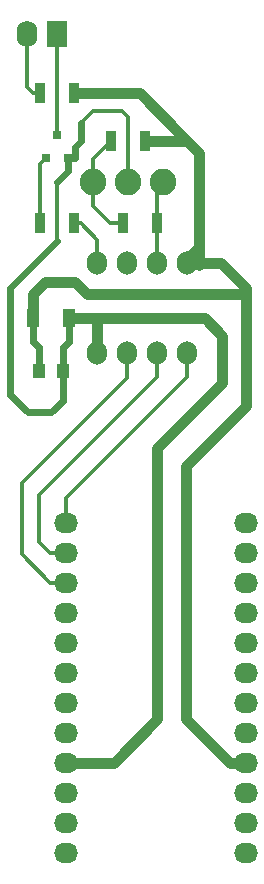
<source format=gbr>
G04 #@! TF.FileFunction,Copper,L1,Top,Signal*
%FSLAX46Y46*%
G04 Gerber Fmt 4.6, Leading zero omitted, Abs format (unit mm)*
G04 Created by KiCad (PCBNEW 4.0.1-stable) date 5/9/2017 7:52:00 PM*
%MOMM*%
G01*
G04 APERTURE LIST*
%ADD10C,0.100000*%
%ADD11O,2.032000X1.727200*%
%ADD12R,1.000000X1.600000*%
%ADD13R,1.000000X1.250000*%
%ADD14R,1.700000X2.250000*%
%ADD15O,1.750000X2.250000*%
%ADD16R,0.800100X0.800100*%
%ADD17R,0.900000X1.700000*%
%ADD18O,1.700000X2.000000*%
%ADD19C,2.250000*%
%ADD20C,0.600000*%
%ADD21C,0.300000*%
%ADD22C,0.900000*%
G04 APERTURE END LIST*
D10*
D11*
X135763000Y-104284000D03*
X135763000Y-101744000D03*
X135763000Y-99204000D03*
X135763000Y-96664000D03*
X135763000Y-94124000D03*
X135763000Y-91584000D03*
X135763000Y-89044000D03*
X135763000Y-86504000D03*
X135763000Y-83964000D03*
X135763000Y-81424000D03*
X135763000Y-78884000D03*
X135763000Y-76344000D03*
X151003000Y-104284000D03*
X151003000Y-101744000D03*
X151003000Y-99204000D03*
X151003000Y-96664000D03*
X151003000Y-94124000D03*
X151003000Y-91584000D03*
X151003000Y-89044000D03*
X151003000Y-86504000D03*
X151003000Y-83964000D03*
X151003000Y-81424000D03*
X151003000Y-78884000D03*
X151003000Y-76344000D03*
D12*
X133000000Y-59000000D03*
X136000000Y-59000000D03*
D13*
X133500000Y-63500000D03*
X135500000Y-63500000D03*
D14*
X135000000Y-35000000D03*
D15*
X132460000Y-35000000D03*
D16*
X134050000Y-45500760D03*
X135950000Y-45500760D03*
X135000000Y-43501780D03*
D17*
X133550000Y-51000000D03*
X136450000Y-51000000D03*
X140550000Y-51000000D03*
X143450000Y-51000000D03*
X136450000Y-40000000D03*
X133550000Y-40000000D03*
X142450000Y-44000000D03*
X139550000Y-44000000D03*
D18*
X146000000Y-62000000D03*
X143460000Y-62000000D03*
X140920000Y-62000000D03*
X138380000Y-62000000D03*
X138380000Y-54380000D03*
X140920000Y-54380000D03*
X143460000Y-54380000D03*
X146000000Y-54380000D03*
D19*
X141000000Y-47500000D03*
X144000000Y-47500000D03*
X138000000Y-47500000D03*
D20*
X136499240Y-45500760D02*
X136499240Y-44500760D01*
X136499240Y-45500760D02*
X135950000Y-45500760D01*
X137000000Y-42500000D02*
X137000000Y-44000000D01*
D21*
X138000000Y-41500000D02*
X137000000Y-42500000D01*
X140500000Y-41500000D02*
X138000000Y-41500000D01*
X141000000Y-42000000D02*
X140500000Y-41500000D01*
X141000000Y-47500000D02*
X141000000Y-42000000D01*
D20*
X136499240Y-44500760D02*
X137000000Y-44000000D01*
X135950000Y-45500760D02*
X135950000Y-46550000D01*
X135500000Y-66000000D02*
X135500000Y-63500000D01*
X134500000Y-67000000D02*
X135500000Y-66000000D01*
X132500000Y-67000000D02*
X134500000Y-67000000D01*
X131000000Y-65500000D02*
X132500000Y-67000000D01*
X131000000Y-56500000D02*
X131000000Y-65500000D01*
X135000000Y-52500000D02*
X131000000Y-56500000D01*
D21*
X135000000Y-47500000D02*
X135000000Y-52500000D01*
D20*
X135950000Y-46550000D02*
X135000000Y-47500000D01*
X135500000Y-63500000D02*
X135500000Y-61500000D01*
X136000000Y-61000000D02*
X136000000Y-59000000D01*
X135500000Y-61500000D02*
X136000000Y-61000000D01*
D22*
X147500000Y-59000000D02*
X138380000Y-59000000D01*
X138380000Y-60500000D02*
X138380000Y-59000000D01*
X138380000Y-59000000D02*
X138000000Y-59000000D01*
X136000000Y-59000000D02*
X138000000Y-59000000D01*
X135763000Y-96664000D02*
X139836000Y-96664000D01*
X143500000Y-93000000D02*
X143500000Y-80000000D01*
X139836000Y-96664000D02*
X143500000Y-93000000D01*
X138380000Y-60500000D02*
X138380000Y-61000000D01*
X138380000Y-61000000D02*
X138380000Y-62000000D01*
X149000000Y-60500000D02*
X147500000Y-59000000D01*
X149000000Y-64500000D02*
X149000000Y-60500000D01*
X143500000Y-70000000D02*
X149000000Y-64500000D01*
X143500000Y-80000000D02*
X143500000Y-79000000D01*
X143500000Y-79000000D02*
X143500000Y-70000000D01*
X151003000Y-96664000D02*
X149664000Y-96664000D01*
X145923000Y-71577000D02*
X151000000Y-66500000D01*
X151000000Y-66500000D02*
X151000000Y-57000000D01*
X145923000Y-76344000D02*
X145923000Y-71577000D01*
X145923000Y-92923000D02*
X145923000Y-76344000D01*
X149664000Y-96664000D02*
X145923000Y-92923000D01*
X142450000Y-44000000D02*
X146000000Y-44000000D01*
X145500000Y-44000000D02*
X145500000Y-43500000D01*
X146000000Y-44000000D02*
X145500000Y-44000000D01*
X147000000Y-53000000D02*
X147000000Y-54380000D01*
X147000000Y-54380000D02*
X147000000Y-54500000D01*
X147000000Y-54500000D02*
X147000000Y-54380000D01*
X146000000Y-54380000D02*
X146000000Y-54000000D01*
X146000000Y-54000000D02*
X147000000Y-53000000D01*
X147000000Y-45000000D02*
X145500000Y-43500000D01*
X145500000Y-43500000D02*
X142000000Y-40000000D01*
X147000000Y-53000000D02*
X147000000Y-45000000D01*
X136450000Y-40000000D02*
X142000000Y-40000000D01*
X151000000Y-57000000D02*
X137500000Y-57000000D01*
X133000000Y-57000000D02*
X133000000Y-59000000D01*
X134000000Y-56000000D02*
X133000000Y-57000000D01*
X136500000Y-56000000D02*
X134000000Y-56000000D01*
X137500000Y-57000000D02*
X136500000Y-56000000D01*
D20*
X133500000Y-63500000D02*
X133500000Y-61500000D01*
X133000000Y-61000000D02*
X133000000Y-59000000D01*
X133500000Y-61500000D02*
X133000000Y-61000000D01*
D22*
X148880000Y-54380000D02*
X147000000Y-54380000D01*
X151000000Y-57000000D02*
X151000000Y-56500000D01*
X151000000Y-56500000D02*
X148880000Y-54380000D01*
X147000000Y-54380000D02*
X146000000Y-54380000D01*
D21*
X135000000Y-35000000D02*
X135000000Y-43501780D01*
X132460000Y-35000000D02*
X132460000Y-39460000D01*
X133000000Y-40000000D02*
X133550000Y-40000000D01*
X132460000Y-39460000D02*
X133000000Y-40000000D01*
X135763000Y-76344000D02*
X135763000Y-74237000D01*
X146000000Y-64000000D02*
X146000000Y-62000000D01*
X135763000Y-74237000D02*
X146000000Y-64000000D01*
X135763000Y-78884000D02*
X134384000Y-78884000D01*
X143460000Y-64040000D02*
X143460000Y-62000000D01*
X133500000Y-74000000D02*
X143460000Y-64040000D01*
X133500000Y-78000000D02*
X133500000Y-74000000D01*
X134384000Y-78884000D02*
X133500000Y-78000000D01*
X135763000Y-81424000D02*
X134424000Y-81424000D01*
X140920000Y-64080000D02*
X140920000Y-62000000D01*
X132000000Y-73000000D02*
X140920000Y-64080000D01*
X132000000Y-79000000D02*
X132000000Y-73000000D01*
X134424000Y-81424000D02*
X132000000Y-79000000D01*
X133550000Y-51000000D02*
X133550000Y-46000760D01*
X133550000Y-46000760D02*
X134050000Y-45500760D01*
X136450000Y-51000000D02*
X137000000Y-51000000D01*
X138380000Y-52380000D02*
X138380000Y-54380000D01*
X137000000Y-51000000D02*
X138380000Y-52380000D01*
X138000000Y-47500000D02*
X138000000Y-45550000D01*
X138000000Y-45550000D02*
X139550000Y-44000000D01*
X140550000Y-51000000D02*
X139500000Y-51000000D01*
X138000000Y-49500000D02*
X138000000Y-47500000D01*
X139500000Y-51000000D02*
X138000000Y-49500000D01*
X143450000Y-51000000D02*
X143450000Y-48050000D01*
X143450000Y-48050000D02*
X144000000Y-47500000D01*
X143460000Y-54380000D02*
X143460000Y-51010000D01*
X143460000Y-51010000D02*
X143450000Y-51000000D01*
M02*

</source>
